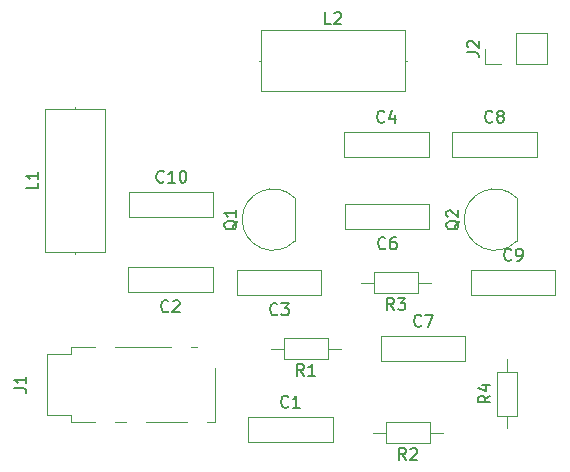
<source format=gbr>
G04 #@! TF.FileFunction,Legend,Top*
%FSLAX46Y46*%
G04 Gerber Fmt 4.6, Leading zero omitted, Abs format (unit mm)*
G04 Created by KiCad (PCBNEW 4.0.7) date 06/12/18 23:48:04*
%MOMM*%
%LPD*%
G01*
G04 APERTURE LIST*
%ADD10C,0.100000*%
%ADD11C,0.120000*%
%ADD12C,0.150000*%
G04 APERTURE END LIST*
D10*
D11*
X82760000Y-91650000D02*
X89880000Y-91650000D01*
X82760000Y-93770000D02*
X89880000Y-93770000D01*
X82760000Y-91650000D02*
X82760000Y-93770000D01*
X89880000Y-91650000D02*
X89880000Y-93770000D01*
X79720000Y-81070000D02*
X72600000Y-81070000D01*
X79720000Y-78950000D02*
X72600000Y-78950000D01*
X79720000Y-81070000D02*
X79720000Y-78950000D01*
X72600000Y-81070000D02*
X72600000Y-78950000D01*
X88944000Y-81324000D02*
X81824000Y-81324000D01*
X88944000Y-79204000D02*
X81824000Y-79204000D01*
X88944000Y-81324000D02*
X88944000Y-79204000D01*
X81824000Y-81324000D02*
X81824000Y-79204000D01*
X90888000Y-67520000D02*
X98008000Y-67520000D01*
X90888000Y-69640000D02*
X98008000Y-69640000D01*
X90888000Y-67520000D02*
X90888000Y-69640000D01*
X98008000Y-67520000D02*
X98008000Y-69640000D01*
X98088000Y-75736000D02*
X90968000Y-75736000D01*
X98088000Y-73616000D02*
X90968000Y-73616000D01*
X98088000Y-75736000D02*
X98088000Y-73616000D01*
X90968000Y-75736000D02*
X90968000Y-73616000D01*
X94016000Y-84792000D02*
X101136000Y-84792000D01*
X94016000Y-86912000D02*
X101136000Y-86912000D01*
X94016000Y-84792000D02*
X94016000Y-86912000D01*
X101136000Y-84792000D02*
X101136000Y-86912000D01*
X100032000Y-67520000D02*
X107152000Y-67520000D01*
X100032000Y-69640000D02*
X107152000Y-69640000D01*
X100032000Y-67520000D02*
X100032000Y-69640000D01*
X107152000Y-67520000D02*
X107152000Y-69640000D01*
X101636000Y-79204000D02*
X108756000Y-79204000D01*
X101636000Y-81324000D02*
X108756000Y-81324000D01*
X101636000Y-79204000D02*
X101636000Y-81324000D01*
X108756000Y-79204000D02*
X108756000Y-81324000D01*
X72680000Y-72600000D02*
X79800000Y-72600000D01*
X72680000Y-74720000D02*
X79800000Y-74720000D01*
X72680000Y-72600000D02*
X72680000Y-74720000D01*
X79800000Y-72600000D02*
X79800000Y-74720000D01*
X77930000Y-85700000D02*
X78430000Y-85700000D01*
X71430000Y-85700000D02*
X76230000Y-85700000D01*
X69730000Y-92100000D02*
X67730000Y-92100000D01*
X67730000Y-92100000D02*
X67730000Y-91500000D01*
X67730000Y-91500000D02*
X65730000Y-91500000D01*
X65730000Y-91500000D02*
X65730000Y-86300000D01*
X65730000Y-86300000D02*
X67730000Y-86300000D01*
X67730000Y-86300000D02*
X67730000Y-85700000D01*
X67730000Y-85700000D02*
X69730000Y-85700000D01*
X72430000Y-92100000D02*
X71430000Y-92100000D01*
X77530000Y-92100000D02*
X74130000Y-92100000D01*
X79930000Y-87500000D02*
X79930000Y-92100000D01*
X79930000Y-92100000D02*
X79230000Y-92100000D01*
X65512000Y-77688000D02*
X70632000Y-77688000D01*
X70632000Y-77688000D02*
X70632000Y-65568000D01*
X70632000Y-65568000D02*
X65512000Y-65568000D01*
X65512000Y-65568000D02*
X65512000Y-77688000D01*
X68072000Y-77868000D02*
X68072000Y-77688000D01*
X68072000Y-65388000D02*
X68072000Y-65568000D01*
X83856000Y-58908000D02*
X83856000Y-64028000D01*
X83856000Y-64028000D02*
X95976000Y-64028000D01*
X95976000Y-64028000D02*
X95976000Y-58908000D01*
X95976000Y-58908000D02*
X83856000Y-58908000D01*
X83676000Y-61468000D02*
X83856000Y-61468000D01*
X96156000Y-61468000D02*
X95976000Y-61468000D01*
X86686000Y-76730000D02*
X86686000Y-73130000D01*
X86674478Y-76768478D02*
G75*
G02X82236000Y-74930000I-1838478J1838478D01*
G01*
X86674478Y-73091522D02*
G75*
G03X82236000Y-74930000I-1838478J-1838478D01*
G01*
X105482000Y-76730000D02*
X105482000Y-73130000D01*
X105470478Y-76768478D02*
G75*
G02X101032000Y-74930000I-1838478J1838478D01*
G01*
X105470478Y-73091522D02*
G75*
G03X101032000Y-74930000I-1838478J-1838478D01*
G01*
X89490000Y-86712000D02*
X89490000Y-84992000D01*
X89490000Y-84992000D02*
X85770000Y-84992000D01*
X85770000Y-84992000D02*
X85770000Y-86712000D01*
X85770000Y-86712000D02*
X89490000Y-86712000D01*
X90560000Y-85852000D02*
X89490000Y-85852000D01*
X84700000Y-85852000D02*
X85770000Y-85852000D01*
X98126000Y-93824000D02*
X98126000Y-92104000D01*
X98126000Y-92104000D02*
X94406000Y-92104000D01*
X94406000Y-92104000D02*
X94406000Y-93824000D01*
X94406000Y-93824000D02*
X98126000Y-93824000D01*
X99196000Y-92964000D02*
X98126000Y-92964000D01*
X93336000Y-92964000D02*
X94406000Y-92964000D01*
X97110000Y-81124000D02*
X97110000Y-79404000D01*
X97110000Y-79404000D02*
X93390000Y-79404000D01*
X93390000Y-79404000D02*
X93390000Y-81124000D01*
X93390000Y-81124000D02*
X97110000Y-81124000D01*
X98180000Y-80264000D02*
X97110000Y-80264000D01*
X92320000Y-80264000D02*
X93390000Y-80264000D01*
X103788000Y-91522000D02*
X105508000Y-91522000D01*
X105508000Y-91522000D02*
X105508000Y-87802000D01*
X105508000Y-87802000D02*
X103788000Y-87802000D01*
X103788000Y-87802000D02*
X103788000Y-91522000D01*
X104648000Y-92592000D02*
X104648000Y-91522000D01*
X104648000Y-86732000D02*
X104648000Y-87802000D01*
X105410000Y-61782000D02*
X108010000Y-61782000D01*
X108010000Y-61782000D02*
X108010000Y-59122000D01*
X108010000Y-59122000D02*
X105410000Y-59122000D01*
X105410000Y-59122000D02*
X105410000Y-61782000D01*
X104140000Y-61782000D02*
X102810000Y-61782000D01*
X102810000Y-61782000D02*
X102810000Y-60452000D01*
D12*
X86153334Y-90757143D02*
X86105715Y-90804762D01*
X85962858Y-90852381D01*
X85867620Y-90852381D01*
X85724762Y-90804762D01*
X85629524Y-90709524D01*
X85581905Y-90614286D01*
X85534286Y-90423810D01*
X85534286Y-90280952D01*
X85581905Y-90090476D01*
X85629524Y-89995238D01*
X85724762Y-89900000D01*
X85867620Y-89852381D01*
X85962858Y-89852381D01*
X86105715Y-89900000D01*
X86153334Y-89947619D01*
X87105715Y-90852381D02*
X86534286Y-90852381D01*
X86820000Y-90852381D02*
X86820000Y-89852381D01*
X86724762Y-89995238D01*
X86629524Y-90090476D01*
X86534286Y-90138095D01*
X75993334Y-82677143D02*
X75945715Y-82724762D01*
X75802858Y-82772381D01*
X75707620Y-82772381D01*
X75564762Y-82724762D01*
X75469524Y-82629524D01*
X75421905Y-82534286D01*
X75374286Y-82343810D01*
X75374286Y-82200952D01*
X75421905Y-82010476D01*
X75469524Y-81915238D01*
X75564762Y-81820000D01*
X75707620Y-81772381D01*
X75802858Y-81772381D01*
X75945715Y-81820000D01*
X75993334Y-81867619D01*
X76374286Y-81867619D02*
X76421905Y-81820000D01*
X76517143Y-81772381D01*
X76755239Y-81772381D01*
X76850477Y-81820000D01*
X76898096Y-81867619D01*
X76945715Y-81962857D01*
X76945715Y-82058095D01*
X76898096Y-82200952D01*
X76326667Y-82772381D01*
X76945715Y-82772381D01*
X85217334Y-82931143D02*
X85169715Y-82978762D01*
X85026858Y-83026381D01*
X84931620Y-83026381D01*
X84788762Y-82978762D01*
X84693524Y-82883524D01*
X84645905Y-82788286D01*
X84598286Y-82597810D01*
X84598286Y-82454952D01*
X84645905Y-82264476D01*
X84693524Y-82169238D01*
X84788762Y-82074000D01*
X84931620Y-82026381D01*
X85026858Y-82026381D01*
X85169715Y-82074000D01*
X85217334Y-82121619D01*
X85550667Y-82026381D02*
X86169715Y-82026381D01*
X85836381Y-82407333D01*
X85979239Y-82407333D01*
X86074477Y-82454952D01*
X86122096Y-82502571D01*
X86169715Y-82597810D01*
X86169715Y-82835905D01*
X86122096Y-82931143D01*
X86074477Y-82978762D01*
X85979239Y-83026381D01*
X85693524Y-83026381D01*
X85598286Y-82978762D01*
X85550667Y-82931143D01*
X94281334Y-66627143D02*
X94233715Y-66674762D01*
X94090858Y-66722381D01*
X93995620Y-66722381D01*
X93852762Y-66674762D01*
X93757524Y-66579524D01*
X93709905Y-66484286D01*
X93662286Y-66293810D01*
X93662286Y-66150952D01*
X93709905Y-65960476D01*
X93757524Y-65865238D01*
X93852762Y-65770000D01*
X93995620Y-65722381D01*
X94090858Y-65722381D01*
X94233715Y-65770000D01*
X94281334Y-65817619D01*
X95138477Y-66055714D02*
X95138477Y-66722381D01*
X94900381Y-65674762D02*
X94662286Y-66389048D01*
X95281334Y-66389048D01*
X94361334Y-77343143D02*
X94313715Y-77390762D01*
X94170858Y-77438381D01*
X94075620Y-77438381D01*
X93932762Y-77390762D01*
X93837524Y-77295524D01*
X93789905Y-77200286D01*
X93742286Y-77009810D01*
X93742286Y-76866952D01*
X93789905Y-76676476D01*
X93837524Y-76581238D01*
X93932762Y-76486000D01*
X94075620Y-76438381D01*
X94170858Y-76438381D01*
X94313715Y-76486000D01*
X94361334Y-76533619D01*
X95218477Y-76438381D02*
X95028000Y-76438381D01*
X94932762Y-76486000D01*
X94885143Y-76533619D01*
X94789905Y-76676476D01*
X94742286Y-76866952D01*
X94742286Y-77247905D01*
X94789905Y-77343143D01*
X94837524Y-77390762D01*
X94932762Y-77438381D01*
X95123239Y-77438381D01*
X95218477Y-77390762D01*
X95266096Y-77343143D01*
X95313715Y-77247905D01*
X95313715Y-77009810D01*
X95266096Y-76914571D01*
X95218477Y-76866952D01*
X95123239Y-76819333D01*
X94932762Y-76819333D01*
X94837524Y-76866952D01*
X94789905Y-76914571D01*
X94742286Y-77009810D01*
X97409334Y-83899143D02*
X97361715Y-83946762D01*
X97218858Y-83994381D01*
X97123620Y-83994381D01*
X96980762Y-83946762D01*
X96885524Y-83851524D01*
X96837905Y-83756286D01*
X96790286Y-83565810D01*
X96790286Y-83422952D01*
X96837905Y-83232476D01*
X96885524Y-83137238D01*
X96980762Y-83042000D01*
X97123620Y-82994381D01*
X97218858Y-82994381D01*
X97361715Y-83042000D01*
X97409334Y-83089619D01*
X97742667Y-82994381D02*
X98409334Y-82994381D01*
X97980762Y-83994381D01*
X103425334Y-66627143D02*
X103377715Y-66674762D01*
X103234858Y-66722381D01*
X103139620Y-66722381D01*
X102996762Y-66674762D01*
X102901524Y-66579524D01*
X102853905Y-66484286D01*
X102806286Y-66293810D01*
X102806286Y-66150952D01*
X102853905Y-65960476D01*
X102901524Y-65865238D01*
X102996762Y-65770000D01*
X103139620Y-65722381D01*
X103234858Y-65722381D01*
X103377715Y-65770000D01*
X103425334Y-65817619D01*
X103996762Y-66150952D02*
X103901524Y-66103333D01*
X103853905Y-66055714D01*
X103806286Y-65960476D01*
X103806286Y-65912857D01*
X103853905Y-65817619D01*
X103901524Y-65770000D01*
X103996762Y-65722381D01*
X104187239Y-65722381D01*
X104282477Y-65770000D01*
X104330096Y-65817619D01*
X104377715Y-65912857D01*
X104377715Y-65960476D01*
X104330096Y-66055714D01*
X104282477Y-66103333D01*
X104187239Y-66150952D01*
X103996762Y-66150952D01*
X103901524Y-66198571D01*
X103853905Y-66246190D01*
X103806286Y-66341429D01*
X103806286Y-66531905D01*
X103853905Y-66627143D01*
X103901524Y-66674762D01*
X103996762Y-66722381D01*
X104187239Y-66722381D01*
X104282477Y-66674762D01*
X104330096Y-66627143D01*
X104377715Y-66531905D01*
X104377715Y-66341429D01*
X104330096Y-66246190D01*
X104282477Y-66198571D01*
X104187239Y-66150952D01*
X105029334Y-78311143D02*
X104981715Y-78358762D01*
X104838858Y-78406381D01*
X104743620Y-78406381D01*
X104600762Y-78358762D01*
X104505524Y-78263524D01*
X104457905Y-78168286D01*
X104410286Y-77977810D01*
X104410286Y-77834952D01*
X104457905Y-77644476D01*
X104505524Y-77549238D01*
X104600762Y-77454000D01*
X104743620Y-77406381D01*
X104838858Y-77406381D01*
X104981715Y-77454000D01*
X105029334Y-77501619D01*
X105505524Y-78406381D02*
X105696000Y-78406381D01*
X105791239Y-78358762D01*
X105838858Y-78311143D01*
X105934096Y-78168286D01*
X105981715Y-77977810D01*
X105981715Y-77596857D01*
X105934096Y-77501619D01*
X105886477Y-77454000D01*
X105791239Y-77406381D01*
X105600762Y-77406381D01*
X105505524Y-77454000D01*
X105457905Y-77501619D01*
X105410286Y-77596857D01*
X105410286Y-77834952D01*
X105457905Y-77930190D01*
X105505524Y-77977810D01*
X105600762Y-78025429D01*
X105791239Y-78025429D01*
X105886477Y-77977810D01*
X105934096Y-77930190D01*
X105981715Y-77834952D01*
X75597143Y-71707143D02*
X75549524Y-71754762D01*
X75406667Y-71802381D01*
X75311429Y-71802381D01*
X75168571Y-71754762D01*
X75073333Y-71659524D01*
X75025714Y-71564286D01*
X74978095Y-71373810D01*
X74978095Y-71230952D01*
X75025714Y-71040476D01*
X75073333Y-70945238D01*
X75168571Y-70850000D01*
X75311429Y-70802381D01*
X75406667Y-70802381D01*
X75549524Y-70850000D01*
X75597143Y-70897619D01*
X76549524Y-71802381D02*
X75978095Y-71802381D01*
X76263809Y-71802381D02*
X76263809Y-70802381D01*
X76168571Y-70945238D01*
X76073333Y-71040476D01*
X75978095Y-71088095D01*
X77168571Y-70802381D02*
X77263810Y-70802381D01*
X77359048Y-70850000D01*
X77406667Y-70897619D01*
X77454286Y-70992857D01*
X77501905Y-71183333D01*
X77501905Y-71421429D01*
X77454286Y-71611905D01*
X77406667Y-71707143D01*
X77359048Y-71754762D01*
X77263810Y-71802381D01*
X77168571Y-71802381D01*
X77073333Y-71754762D01*
X77025714Y-71707143D01*
X76978095Y-71611905D01*
X76930476Y-71421429D01*
X76930476Y-71183333D01*
X76978095Y-70992857D01*
X77025714Y-70897619D01*
X77073333Y-70850000D01*
X77168571Y-70802381D01*
X62952381Y-89233333D02*
X63666667Y-89233333D01*
X63809524Y-89280953D01*
X63904762Y-89376191D01*
X63952381Y-89519048D01*
X63952381Y-89614286D01*
X63952381Y-88233333D02*
X63952381Y-88804762D01*
X63952381Y-88519048D02*
X62952381Y-88519048D01*
X63095238Y-88614286D01*
X63190476Y-88709524D01*
X63238095Y-88804762D01*
X64964381Y-71794666D02*
X64964381Y-72270857D01*
X63964381Y-72270857D01*
X64964381Y-70937523D02*
X64964381Y-71508952D01*
X64964381Y-71223238D02*
X63964381Y-71223238D01*
X64107238Y-71318476D01*
X64202476Y-71413714D01*
X64250095Y-71508952D01*
X89749334Y-58360381D02*
X89273143Y-58360381D01*
X89273143Y-57360381D01*
X90035048Y-57455619D02*
X90082667Y-57408000D01*
X90177905Y-57360381D01*
X90416001Y-57360381D01*
X90511239Y-57408000D01*
X90558858Y-57455619D01*
X90606477Y-57550857D01*
X90606477Y-57646095D01*
X90558858Y-57788952D01*
X89987429Y-58360381D01*
X90606477Y-58360381D01*
X81823619Y-75025238D02*
X81776000Y-75120476D01*
X81680762Y-75215714D01*
X81537905Y-75358571D01*
X81490286Y-75453810D01*
X81490286Y-75549048D01*
X81728381Y-75501429D02*
X81680762Y-75596667D01*
X81585524Y-75691905D01*
X81395048Y-75739524D01*
X81061714Y-75739524D01*
X80871238Y-75691905D01*
X80776000Y-75596667D01*
X80728381Y-75501429D01*
X80728381Y-75310952D01*
X80776000Y-75215714D01*
X80871238Y-75120476D01*
X81061714Y-75072857D01*
X81395048Y-75072857D01*
X81585524Y-75120476D01*
X81680762Y-75215714D01*
X81728381Y-75310952D01*
X81728381Y-75501429D01*
X81728381Y-74120476D02*
X81728381Y-74691905D01*
X81728381Y-74406191D02*
X80728381Y-74406191D01*
X80871238Y-74501429D01*
X80966476Y-74596667D01*
X81014095Y-74691905D01*
X100619619Y-75025238D02*
X100572000Y-75120476D01*
X100476762Y-75215714D01*
X100333905Y-75358571D01*
X100286286Y-75453810D01*
X100286286Y-75549048D01*
X100524381Y-75501429D02*
X100476762Y-75596667D01*
X100381524Y-75691905D01*
X100191048Y-75739524D01*
X99857714Y-75739524D01*
X99667238Y-75691905D01*
X99572000Y-75596667D01*
X99524381Y-75501429D01*
X99524381Y-75310952D01*
X99572000Y-75215714D01*
X99667238Y-75120476D01*
X99857714Y-75072857D01*
X100191048Y-75072857D01*
X100381524Y-75120476D01*
X100476762Y-75215714D01*
X100524381Y-75310952D01*
X100524381Y-75501429D01*
X99619619Y-74691905D02*
X99572000Y-74644286D01*
X99524381Y-74549048D01*
X99524381Y-74310952D01*
X99572000Y-74215714D01*
X99619619Y-74168095D01*
X99714857Y-74120476D01*
X99810095Y-74120476D01*
X99952952Y-74168095D01*
X100524381Y-74739524D01*
X100524381Y-74120476D01*
X87463334Y-88164381D02*
X87130000Y-87688190D01*
X86891905Y-88164381D02*
X86891905Y-87164381D01*
X87272858Y-87164381D01*
X87368096Y-87212000D01*
X87415715Y-87259619D01*
X87463334Y-87354857D01*
X87463334Y-87497714D01*
X87415715Y-87592952D01*
X87368096Y-87640571D01*
X87272858Y-87688190D01*
X86891905Y-87688190D01*
X88415715Y-88164381D02*
X87844286Y-88164381D01*
X88130000Y-88164381D02*
X88130000Y-87164381D01*
X88034762Y-87307238D01*
X87939524Y-87402476D01*
X87844286Y-87450095D01*
X96099334Y-95276381D02*
X95766000Y-94800190D01*
X95527905Y-95276381D02*
X95527905Y-94276381D01*
X95908858Y-94276381D01*
X96004096Y-94324000D01*
X96051715Y-94371619D01*
X96099334Y-94466857D01*
X96099334Y-94609714D01*
X96051715Y-94704952D01*
X96004096Y-94752571D01*
X95908858Y-94800190D01*
X95527905Y-94800190D01*
X96480286Y-94371619D02*
X96527905Y-94324000D01*
X96623143Y-94276381D01*
X96861239Y-94276381D01*
X96956477Y-94324000D01*
X97004096Y-94371619D01*
X97051715Y-94466857D01*
X97051715Y-94562095D01*
X97004096Y-94704952D01*
X96432667Y-95276381D01*
X97051715Y-95276381D01*
X95083334Y-82576381D02*
X94750000Y-82100190D01*
X94511905Y-82576381D02*
X94511905Y-81576381D01*
X94892858Y-81576381D01*
X94988096Y-81624000D01*
X95035715Y-81671619D01*
X95083334Y-81766857D01*
X95083334Y-81909714D01*
X95035715Y-82004952D01*
X94988096Y-82052571D01*
X94892858Y-82100190D01*
X94511905Y-82100190D01*
X95416667Y-81576381D02*
X96035715Y-81576381D01*
X95702381Y-81957333D01*
X95845239Y-81957333D01*
X95940477Y-82004952D01*
X95988096Y-82052571D01*
X96035715Y-82147810D01*
X96035715Y-82385905D01*
X95988096Y-82481143D01*
X95940477Y-82528762D01*
X95845239Y-82576381D01*
X95559524Y-82576381D01*
X95464286Y-82528762D01*
X95416667Y-82481143D01*
X103240381Y-89828666D02*
X102764190Y-90162000D01*
X103240381Y-90400095D02*
X102240381Y-90400095D01*
X102240381Y-90019142D01*
X102288000Y-89923904D01*
X102335619Y-89876285D01*
X102430857Y-89828666D01*
X102573714Y-89828666D01*
X102668952Y-89876285D01*
X102716571Y-89923904D01*
X102764190Y-90019142D01*
X102764190Y-90400095D01*
X102573714Y-88971523D02*
X103240381Y-88971523D01*
X102192762Y-89209619D02*
X102907048Y-89447714D01*
X102907048Y-88828666D01*
X101262381Y-60785333D02*
X101976667Y-60785333D01*
X102119524Y-60832953D01*
X102214762Y-60928191D01*
X102262381Y-61071048D01*
X102262381Y-61166286D01*
X101357619Y-60356762D02*
X101310000Y-60309143D01*
X101262381Y-60213905D01*
X101262381Y-59975809D01*
X101310000Y-59880571D01*
X101357619Y-59832952D01*
X101452857Y-59785333D01*
X101548095Y-59785333D01*
X101690952Y-59832952D01*
X102262381Y-60404381D01*
X102262381Y-59785333D01*
M02*

</source>
